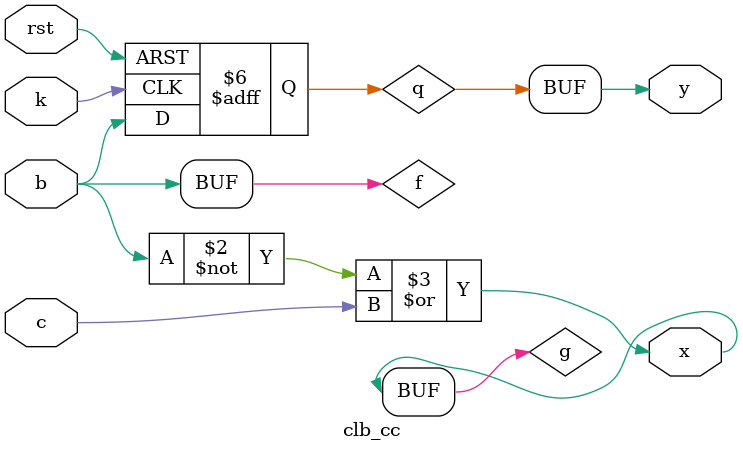
<source format=v>
module clb_cc(
	input b,
	input c,
	input k,
	input rst,
	output x,
	output y
);
	
	wire f, g;
	reg q;
	
	assign f = b | b;
	assign g = ~b | c;
	
	always @(posedge k, negedge rst) begin
		if (rst == 1'b0) begin
			q <= 1'b0;
		end else begin
			q <= f;
		end
	end
	
	assign x = g;
	assign y = q;
	
endmodule

</source>
